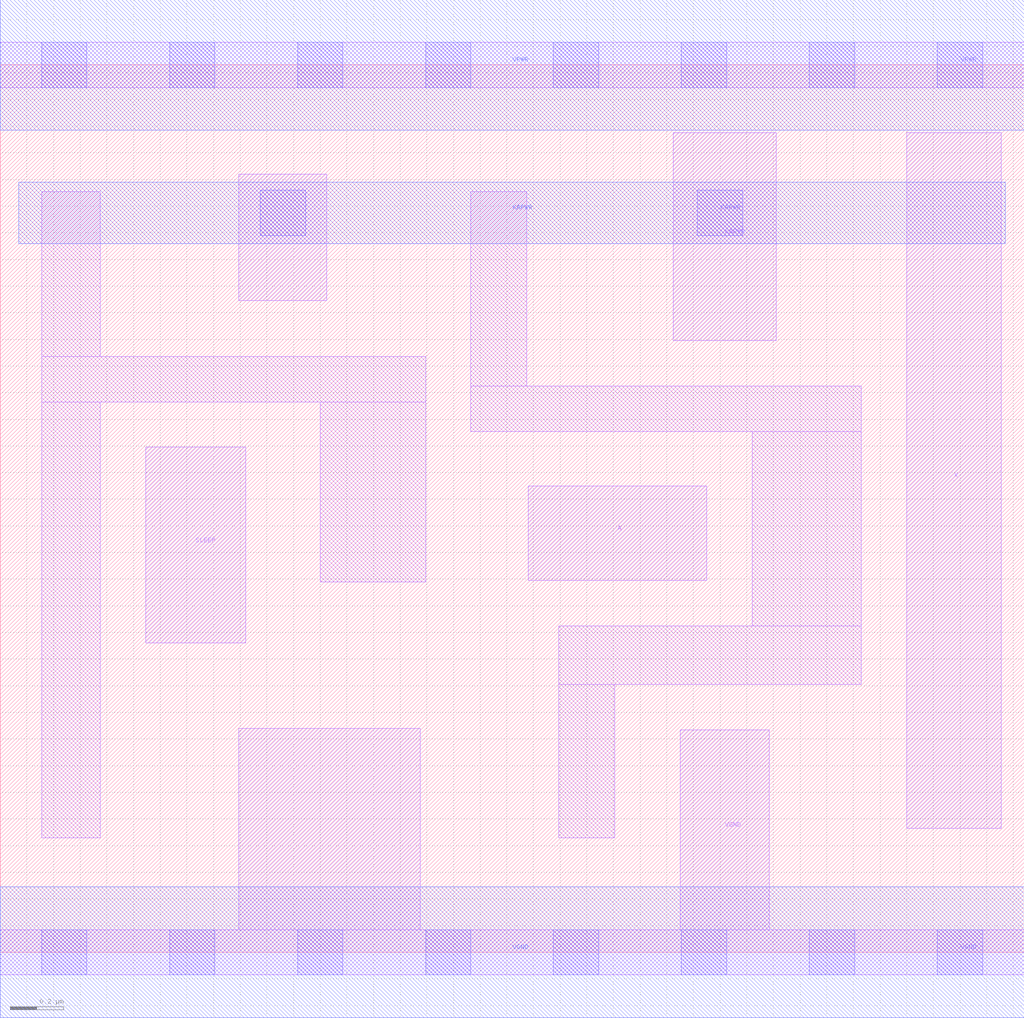
<source format=lef>
# Copyright 2020 The SkyWater PDK Authors
#
# Licensed under the Apache License, Version 2.0 (the "License");
# you may not use this file except in compliance with the License.
# You may obtain a copy of the License at
#
#     https://www.apache.org/licenses/LICENSE-2.0
#
# Unless required by applicable law or agreed to in writing, software
# distributed under the License is distributed on an "AS IS" BASIS,
# WITHOUT WARRANTIES OR CONDITIONS OF ANY KIND, either express or implied.
# See the License for the specific language governing permissions and
# limitations under the License.
#
# SPDX-License-Identifier: Apache-2.0

VERSION 5.7 ;
  NAMESCASESENSITIVE ON ;
  NOWIREEXTENSIONATPIN ON ;
  DIVIDERCHAR "/" ;
  BUSBITCHARS "[]" ;
UNITS
  DATABASE MICRONS 200 ;
END UNITS
MACRO sky130_fd_sc_lp__iso0p_lp
  CLASS CORE ;
  SOURCE USER ;
  FOREIGN sky130_fd_sc_lp__iso0p_lp ;
  ORIGIN  0.000000  0.000000 ;
  SIZE  3.840000 BY  3.330000 ;
  SYMMETRY X Y R90 ;
  SITE unit ;
  PIN A
    ANTENNAGATEAREA  0.189000 ;
    DIRECTION INPUT ;
    USE SIGNAL ;
    PORT
      LAYER li1 ;
        RECT 1.980000 1.395000 2.650000 1.750000 ;
    END
  END A
  PIN SLEEP
    ANTENNAGATEAREA  0.252000 ;
    DIRECTION INPUT ;
    USE SIGNAL ;
    PORT
      LAYER li1 ;
        RECT 0.545000 1.160000 0.920000 1.895000 ;
    END
  END SLEEP
  PIN X
    ANTENNADIFFAREA  0.445200 ;
    DIRECTION OUTPUT ;
    USE SIGNAL ;
    PORT
      LAYER li1 ;
        RECT 3.400000 0.465000 3.755000 3.075000 ;
    END
  END X
  PIN KAPWR
    DIRECTION INOUT ;
    USE POWER ;
    PORT
      LAYER li1 ;
        RECT 0.895000 2.445000 1.225000 2.920000 ;
        RECT 2.525000 2.295000 2.910000 3.075000 ;
      LAYER mcon ;
        RECT 0.975000 2.690000 1.145000 2.860000 ;
        RECT 2.615000 2.690000 2.785000 2.860000 ;
      LAYER met1 ;
        RECT 0.070000 2.660000 3.770000 2.890000 ;
    END
  END KAPWR
  PIN VGND
    DIRECTION INOUT ;
    USE GROUND ;
    PORT
      LAYER li1 ;
        RECT 0.000000 -0.085000 3.840000 0.085000 ;
        RECT 0.895000  0.085000 1.575000 0.840000 ;
        RECT 2.550000  0.085000 2.885000 0.835000 ;
      LAYER mcon ;
        RECT 0.155000 -0.085000 0.325000 0.085000 ;
        RECT 0.635000 -0.085000 0.805000 0.085000 ;
        RECT 1.115000 -0.085000 1.285000 0.085000 ;
        RECT 1.595000 -0.085000 1.765000 0.085000 ;
        RECT 2.075000 -0.085000 2.245000 0.085000 ;
        RECT 2.555000 -0.085000 2.725000 0.085000 ;
        RECT 3.035000 -0.085000 3.205000 0.085000 ;
        RECT 3.515000 -0.085000 3.685000 0.085000 ;
      LAYER met1 ;
        RECT 0.000000 -0.245000 3.840000 0.245000 ;
    END
  END VGND
  PIN VPWR
    DIRECTION INOUT ;
    USE POWER ;
    PORT
      LAYER li1 ;
        RECT 0.000000 3.245000 3.840000 3.415000 ;
      LAYER mcon ;
        RECT 0.155000 3.245000 0.325000 3.415000 ;
        RECT 0.635000 3.245000 0.805000 3.415000 ;
        RECT 1.115000 3.245000 1.285000 3.415000 ;
        RECT 1.595000 3.245000 1.765000 3.415000 ;
        RECT 2.075000 3.245000 2.245000 3.415000 ;
        RECT 2.555000 3.245000 2.725000 3.415000 ;
        RECT 3.035000 3.245000 3.205000 3.415000 ;
        RECT 3.515000 3.245000 3.685000 3.415000 ;
      LAYER met1 ;
        RECT 0.000000 3.085000 3.840000 3.575000 ;
    END
  END VPWR
  OBS
    LAYER li1 ;
      RECT 0.155000 0.430000 0.375000 2.065000 ;
      RECT 0.155000 2.065000 1.595000 2.235000 ;
      RECT 0.155000 2.235000 0.375000 2.855000 ;
      RECT 1.200000 1.390000 1.595000 2.065000 ;
      RECT 1.765000 1.955000 3.230000 2.125000 ;
      RECT 1.765000 2.125000 1.975000 2.855000 ;
      RECT 2.095000 0.430000 2.305000 1.005000 ;
      RECT 2.095000 1.005000 3.230000 1.225000 ;
      RECT 2.820000 1.225000 3.230000 1.955000 ;
  END
END sky130_fd_sc_lp__iso0p_lp

</source>
